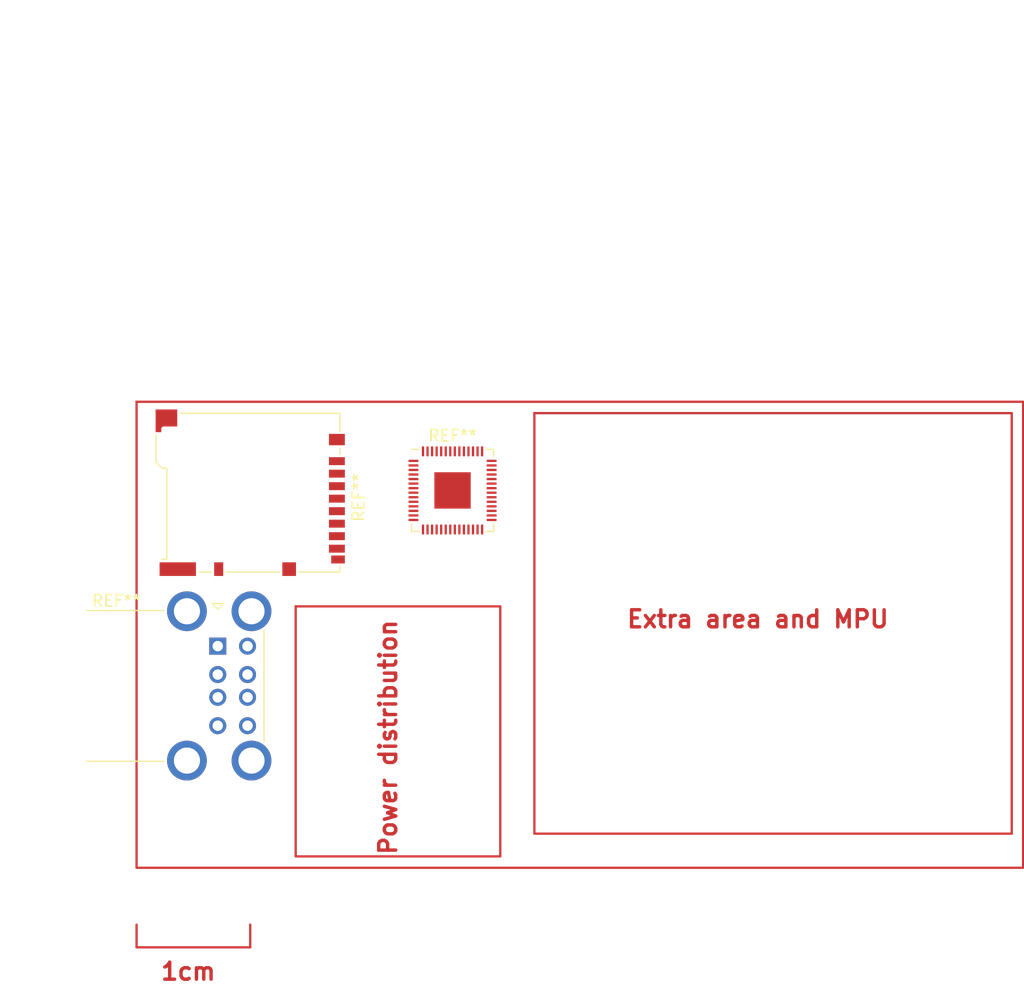
<source format=kicad_pcb>
(kicad_pcb (version 20221018) (generator pcbnew)
  (layers (0 "F.Cu" signal) (31 "B.Cu" signal) (34 "B.Paste" user) (35 "F.Paste" user) (36 "B.SilkS" user "B.Silkscreen") (37 "F.SilkS" user "F.Silkscreen") (38 "B.Mask" user) (39 "F.Mask" user) (44 "Edge.Cuts" user))
  (net 0 "")
  (footprint "Package_DFN_QFN:QFN-56-1EP_7x7mm_P0.4mm_EP3.2x3.2mm" (layer "F.Cu") (at 136.8 78.8)
    (fp_text reference "REF**" (at 0 -4.82) (layer "F.SilkS"))
    (fp_text value "QFN-56-1EP_7x7mm_P0.4mm_EP3.2x3.2mm")
    (fp_line (start -3.61 3.61) (end -3.61 2.96) (stroke (width 0.12)) (layer "F.SilkS"))
    (fp_line (start -2.96 -3.61) (end -3.61 -3.61) (stroke (width 0.12)) (layer "F.SilkS"))
    (fp_line (start -2.96 3.61) (end -3.61 3.61) (stroke (width 0.12)) (layer "F.SilkS"))
    (fp_line (start 2.96 -3.61) (end 3.61 -3.61) (stroke (width 0.12)) (layer "F.SilkS"))
    (fp_line (start 2.96 3.61) (end 3.61 3.61) (stroke (width 0.12)) (layer "F.SilkS"))
    (fp_line (start 3.61 -3.61) (end 3.61 -2.96) (stroke (width 0.12)) (layer "F.SilkS"))
    (fp_line (start 3.61 3.61) (end 3.61 2.96) (stroke (width 0.12)) (layer "F.SilkS"))
    (pad "1" smd roundrect (at -3.4375 -2.6) (size 0.875 0.2) (layers "F.Cu" "F.Paste" "F.Mask"))
    (pad "2" smd roundrect (at -3.4375 -2.2) (size 0.875 0.2) (layers "F.Cu" "F.Paste" "F.Mask"))
    (pad "3" smd roundrect (at -3.4375 -1.8) (size 0.875 0.2) (layers "F.Cu" "F.Paste" "F.Mask"))
    (pad "4" smd roundrect (at -3.4375 -1.4) (size 0.875 0.2) (layers "F.Cu" "F.Paste" "F.Mask"))
    (pad "5" smd roundrect (at -3.4375 -1) (size 0.875 0.2) (layers "F.Cu" "F.Paste" "F.Mask"))
    (pad "6" smd roundrect (at -3.4375 -0.6) (size 0.875 0.2) (layers "F.Cu" "F.Paste" "F.Mask"))
    (pad "7" smd roundrect (at -3.4375 -0.2) (size 0.875 0.2) (layers "F.Cu" "F.Paste" "F.Mask"))
    (pad "8" smd roundrect (at -3.4375 0.2) (size 0.875 0.2) (layers "F.Cu" "F.Paste" "F.Mask"))
    (pad "9" smd roundrect (at -3.4375 0.6) (size 0.875 0.2) (layers "F.Cu" "F.Paste" "F.Mask"))
    (pad "10" smd roundrect (at -3.4375 1) (size 0.875 0.2) (layers "F.Cu" "F.Paste" "F.Mask"))
    (pad "11" smd roundrect (at -3.4375 1.4) (size 0.875 0.2) (layers "F.Cu" "F.Paste" "F.Mask"))
    (pad "12" smd roundrect (at -3.4375 1.8) (size 0.875 0.2) (layers "F.Cu" "F.Paste" "F.Mask"))
    (pad "13" smd roundrect (at -3.4375 2.2) (size 0.875 0.2) (layers "F.Cu" "F.Paste" "F.Mask"))
    (pad "14" smd roundrect (at -3.4375 2.6) (size 0.875 0.2) (layers "F.Cu" "F.Paste" "F.Mask"))
    (pad "15" smd roundrect (at -2.6 3.4375) (size 0.2 0.875) (layers "F.Cu" "F.Paste" "F.Mask"))
    (pad "16" smd roundrect (at -2.2 3.4375) (size 0.2 0.875) (layers "F.Cu" "F.Paste" "F.Mask"))
    (pad "17" smd roundrect (at -1.8 3.4375) (size 0.2 0.875) (layers "F.Cu" "F.Paste" "F.Mask"))
    (pad "18" smd roundrect (at -1.4 3.4375) (size 0.2 0.875) (layers "F.Cu" "F.Paste" "F.Mask"))
    (pad "19" smd roundrect (at -1 3.4375) (size 0.2 0.875) (layers "F.Cu" "F.Paste" "F.Mask"))
    (pad "20" smd roundrect (at -0.6 3.4375) (size 0.2 0.875) (layers "F.Cu" "F.Paste" "F.Mask"))
    (pad "21" smd roundrect (at -0.2 3.4375) (size 0.2 0.875) (layers "F.Cu" "F.Paste" "F.Mask"))
    (pad "22" smd roundrect (at 0.2 3.4375) (size 0.2 0.875) (layers "F.Cu" "F.Paste" "F.Mask"))
    (pad "23" smd roundrect (at 0.6 3.4375) (size 0.2 0.875) (layers "F.Cu" "F.Paste" "F.Mask"))
    (pad "24" smd roundrect (at 1 3.4375) (size 0.2 0.875) (layers "F.Cu" "F.Paste" "F.Mask"))
    (pad "25" smd roundrect (at 1.4 3.4375) (size 0.2 0.875) (layers "F.Cu" "F.Paste" "F.Mask"))
    (pad "26" smd roundrect (at 1.8 3.4375) (size 0.2 0.875) (layers "F.Cu" "F.Paste" "F.Mask"))
    (pad "27" smd roundrect (at 2.2 3.4375) (size 0.2 0.875) (layers "F.Cu" "F.Paste" "F.Mask"))
    (pad "28" smd roundrect (at 2.6 3.4375) (size 0.2 0.875) (layers "F.Cu" "F.Paste" "F.Mask"))
    (pad "29" smd roundrect (at 3.4375 2.6) (size 0.875 0.2) (layers "F.Cu" "F.Paste" "F.Mask"))
    (pad "30" smd roundrect (at 3.4375 2.2) (size 0.875 0.2) (layers "F.Cu" "F.Paste" "F.Mask"))
    (pad "31" smd roundrect (at 3.4375 1.8) (size 0.875 0.2) (layers "F.Cu" "F.Paste" "F.Mask"))
    (pad "32" smd roundrect (at 3.4375 1.4) (size 0.875 0.2) (layers "F.Cu" "F.Paste" "F.Mask"))
    (pad "33" smd roundrect (at 3.4375 1) (size 0.875 0.2) (layers "F.Cu" "F.Paste" "F.Mask"))
    (pad "34" smd roundrect (at 3.4375 0.6) (size 0.875 0.2) (layers "F.Cu" "F.Paste" "F.Mask"))
    (pad "35" smd roundrect (at 3.4375 0.2) (size 0.875 0.2) (layers "F.Cu" "F.Paste" "F.Mask"))
    (pad "36" smd roundrect (at 3.4375 -0.2) (size 0.875 0.2) (layers "F.Cu" "F.Paste" "F.Mask"))
    (pad "37" smd roundrect (at 3.4375 -0.6) (size 0.875 0.2) (layers "F.Cu" "F.Paste" "F.Mask"))
    (pad "38" smd roundrect (at 3.4375 -1) (size 0.875 0.2) (layers "F.Cu" "F.Paste" "F.Mask"))
    (pad "39" smd roundrect (at 3.4375 -1.4) (size 0.875 0.2) (layers "F.Cu" "F.Paste" "F.Mask"))
    (pad "40" smd roundrect (at 3.4375 -1.8) (size 0.875 0.2) (layers "F.Cu" "F.Paste" "F.Mask"))
    (pad "41" smd roundrect (at 3.4375 -2.2) (size 0.875 0.2) (layers "F.Cu" "F.Paste" "F.Mask"))
    (pad "42" smd roundrect (at 3.4375 -2.6) (size 0.875 0.2) (layers "F.Cu" "F.Paste" "F.Mask"))
    (pad "43" smd roundrect (at 2.6 -3.4375) (size 0.2 0.875) (layers "F.Cu" "F.Paste" "F.Mask"))
    (pad "44" smd roundrect (at 2.2 -3.4375) (size 0.2 0.875) (layers "F.Cu" "F.Paste" "F.Mask"))
    (pad "45" smd roundrect (at 1.8 -3.4375) (size 0.2 0.875) (layers "F.Cu" "F.Paste" "F.Mask"))
    (pad "46" smd roundrect (at 1.4 -3.4375) (size 0.2 0.875) (layers "F.Cu" "F.Paste" "F.Mask"))
    (pad "47" smd roundrect (at 1 -3.4375) (size 0.2 0.875) (layers "F.Cu" "F.Paste" "F.Mask"))
    (pad "48" smd roundrect (at 0.6 -3.4375) (size 0.2 0.875) (layers "F.Cu" "F.Paste" "F.Mask"))
    (pad "49" smd roundrect (at 0.2 -3.4375) (size 0.2 0.875) (layers "F.Cu" "F.Paste" "F.Mask"))
    (pad "50" smd roundrect (at -0.2 -3.4375) (size 0.2 0.875) (layers "F.Cu" "F.Paste" "F.Mask"))
    (pad "51" smd roundrect (at -0.6 -3.4375) (size 0.2 0.875) (layers "F.Cu" "F.Paste" "F.Mask"))
    (pad "52" smd roundrect (at -1 -3.4375) (size 0.2 0.875) (layers "F.Cu" "F.Paste" "F.Mask"))
    (pad "53" smd roundrect (at -1.4 -3.4375) (size 0.2 0.875) (layers "F.Cu" "F.Paste" "F.Mask"))
    (pad "54" smd roundrect (at -1.8 -3.4375) (size 0.2 0.875) (layers "F.Cu" "F.Paste" "F.Mask"))
    (pad "55" smd roundrect (at -2.2 -3.4375) (size 0.2 0.875) (layers "F.Cu" "F.Paste" "F.Mask"))
    (pad "56" smd roundrect (at -2.6 -3.4375) (size 0.2 0.875) (layers "F.Cu" "F.Paste" "F.Mask"))
    (pad "57" smd rect (at 0 0) (size 3.2 3.2) (layers "F.Cu" "F.Mask"))
  )
  (footprint "Connector_USB:USB_A_CUI_UJ2-ADH-TH_Horizontal_Stacked" (layer "F.Cu") (at 116.142316 92.499998)
    (fp_text reference "REF**" (at -8.92 -3.99) (layer "F.SilkS"))
    (fp_text value "USB_A_CUI_UJ2-ADH-TH_Horizontal_Stacked")
    (fp_line (start -11.58 10.13) (end -4.73 10.13) (stroke (width 0.12)) (layer "F.SilkS"))
    (fp_line (start -4.73 -3.13) (end -11.58 -3.13) (stroke (width 0.12)) (layer "F.SilkS"))
    (fp_line (start -0.5 -3.75) (end 0 -3.25) (stroke (width 0.12)) (layer "F.SilkS"))
    (fp_line (start 0 -3.25) (end 0.5 -3.75) (stroke (width 0.12)) (layer "F.SilkS"))
    (fp_line (start 0.5 -3.75) (end -0.5 -3.75) (stroke (width 0.12)) (layer "F.SilkS"))
    (fp_line (start 4.07 8.4) (end 4.07 -1.4) (stroke (width 0.12)) (layer "F.SilkS"))
    (pad "1" thru_hole rect (at 0 0) (size 1.5 1.5) (drill 0.92) (layers "*.Cu" "*.Mask"))
    (pad "2" thru_hole circle (at 0 2.5) (size 1.5 1.5) (drill 0.92) (layers "*.Cu" "*.Mask"))
    (pad "3" thru_hole circle (at 0 4.5) (size 1.5 1.5) (drill 0.92) (layers "*.Cu" "*.Mask"))
    (pad "4" thru_hole circle (at 0 7) (size 1.5 1.5) (drill 0.92) (layers "*.Cu" "*.Mask"))
    (pad "5" thru_hole circle (at 2.62 0) (size 1.5 1.5) (drill 0.92) (layers "*.Cu" "*.Mask"))
    (pad "6" thru_hole circle (at 2.62 2.5) (size 1.5 1.5) (drill 0.92) (layers "*.Cu" "*.Mask"))
    (pad "7" thru_hole circle (at 2.62 4.5) (size 1.5 1.5) (drill 0.92) (layers "*.Cu" "*.Mask"))
    (pad "8" thru_hole circle (at 2.62 7) (size 1.5 1.5) (drill 0.92) (layers "*.Cu" "*.Mask"))
    (pad "9" thru_hole circle (at -2.71 -3.07) (size 3.5 3.5) (drill 2.3) (layers "*.Cu" "*.Mask"))
    (pad "9" thru_hole circle (at -2.71 10.07) (size 3.5 3.5) (drill 2.3) (layers "*.Cu" "*.Mask"))
    (pad "9" thru_hole circle (at 2.97 -3.07) (size 3.5 3.5) (drill 2.3) (layers "*.Cu" "*.Mask"))
    (pad "9" thru_hole circle (at 2.97 10.07) (size 3.5 3.5) (drill 2.3) (layers "*.Cu" "*.Mask"))
  )
  (footprint "Connector_Card:microSD_HC_Hirose_DM3BT-DSF-PEJS" (layer "F.Cu") (at 119 79 -90)
    (fp_text reference "REF**" (at 0.425 -9.525 90) (layer "F.SilkS"))
    (fp_text value "microSD_HC_Hirose_DM3BT-DSF-PEJS")
    (fp_line (start -6.985 -7.885) (end -6.985 6.175) (stroke (width 0.12)) (layer "F.SilkS"))
    (fp_line (start -6.985 -7.885) (end -5.425 -7.885) (stroke (width 0.12)) (layer "F.SilkS"))
    (fp_line (start -5.075 8.285) (end -2.675 8.285) (stroke (width 0.12)) (layer "F.SilkS"))
    (fp_line (start -3.375 -7.885) (end -3.925 -7.885) (stroke (width 0.12)) (layer "F.SilkS"))
    (fp_line (start -2.665 8.275) (end -2.165 7.785) (stroke (width 0.12)) (layer "F.SilkS"))
    (fp_line (start -2.165 7.335) (end -2.165 7.785) (stroke (width 0.12)) (layer "F.SilkS"))
    (fp_line (start 5.865 7.335) (end -2.165 7.335) (stroke (width 0.12)) (layer "F.SilkS"))
    (fp_line (start 5.865 7.335) (end 5.865 7.785) (stroke (width 0.12)) (layer "F.SilkS"))
    (fp_line (start 6.475 -7.885) (end 6.985 -7.885) (stroke (width 0.12)) (layer "F.SilkS"))
    (fp_line (start 6.985 -7.885) (end 6.985 -4.275) (stroke (width 0.12)) (layer "F.SilkS"))
    (fp_line (start 6.985 -2.575) (end 6.985 2.125) (stroke (width 0.12)) (layer "F.SilkS"))
    (fp_line (start 6.985 3.425) (end 6.985 4.525) (stroke (width 0.12)) (layer "F.SilkS"))
    (pad "1" smd rect (at -2.775 -7.625 270) (size 0.7 1.4) (layers "F.Cu" "F.Paste" "F.Mask"))
    (pad "2" smd rect (at -1.675 -7.625 270) (size 0.7 1.4) (layers "F.Cu" "F.Paste" "F.Mask"))
    (pad "3" smd rect (at -0.575 -7.625 270) (size 0.7 1.4) (layers "F.Cu" "F.Paste" "F.Mask"))
    (pad "4" smd rect (at 0.525 -7.625 270) (size 0.7 1.4) (layers "F.Cu" "F.Paste" "F.Mask"))
    (pad "5" smd rect (at 1.625 -7.625 270) (size 0.7 1.4) (layers "F.Cu" "F.Paste" "F.Mask"))
    (pad "6" smd rect (at 2.725 -7.625 270) (size 0.7 1.4) (layers "F.Cu" "F.Paste" "F.Mask"))
    (pad "7" smd rect (at 3.825 -7.625 270) (size 0.7 1.4) (layers "F.Cu" "F.Paste" "F.Mask"))
    (pad "8" smd rect (at 4.925 -7.625 270) (size 0.7 1.4) (layers "F.Cu" "F.Paste" "F.Mask"))
    (pad "9" smd rect (at 5.875 -7.725 270) (size 0.7 1.2) (layers "F.Cu" "F.Paste" "F.Mask"))
    (pad "10" smd rect (at 6.725 2.775 270) (size 1.2 0.8) (layers "F.Cu" "F.Paste" "F.Mask"))
    (pad "11" smd rect (at -6.575 7.375 270) (size 1.5 1.9) (layers "F.Cu" "F.Paste" "F.Mask"))
    (pad "11" smd rect (at -5.825 7.825 315) (size 0.2 0.2) (layers "F.Cu" "F.Paste" "F.Mask"))
    (pad "11" smd rect (at -5.575 8.075 270) (size 0.5 0.5) (layers "F.Cu" "F.Paste" "F.Mask"))
    (pad "11" smd rect (at -4.675 -7.625 270) (size 1 1.4) (layers "F.Cu" "F.Paste" "F.Mask"))
    (pad "11" smd rect (at 6.725 -3.425 270) (size 1.2 1.2) (layers "F.Cu" "F.Paste" "F.Mask"))
    (pad "11" smd rect (at 6.725 6.375 270) (size 1.2 3.2) (layers "F.Cu" "F.Paste" "F.Mask"))
  )
  (gr_line (start 119 119) (end 119 117) (stroke (width 0.2)) (layer "F.Cu"))
  (gr_line (start 109 119) (end 109 117) (stroke (width 0.2)) (layer "F.Cu"))
  (gr_rect (start 144 72) (end 186 109) (stroke (width 0.2)) (fill none) (layer "F.Cu"))
  (gr_rect (start 109 71) (end 187 112) (stroke (width 0.2)) (fill none) (layer "F.Cu"))
  (gr_line (start 109 119) (end 119 119) (stroke (width 0.2)) (layer "F.Cu"))
  (gr_rect (start 123 111) (end 141 89) (stroke (width 0.2)) (fill none) (layer "F.Cu"))
  (gr_text "Power distribution" (at 132 111 90) (layer "F.Cu") (effects (font (size 1.5 1.5) (thickness 0.3) bold) (justify left bottom)))
  (gr_text "1cm" (at 111 122) (layer "F.Cu") (effects (font (size 1.5 1.5) (thickness 0.3) bold) (justify left bottom)))
  (gr_text "Extra area and MPU" (at 152 91) (layer "F.Cu") (effects (font (size 1.5 1.5) (thickness 0.3) bold) (justify left bottom)))
)
</source>
